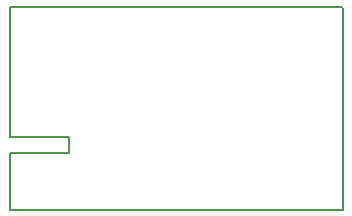
<source format=gko>
G04*
G04 #@! TF.GenerationSoftware,Altium Limited,Altium Designer,19.1.7 (138)*
G04*
G04 Layer_Color=16711935*
%FSAX25Y25*%
%MOIN*%
G70*
G01*
G75*
%ADD12C,0.00787*%
D12*
X0505630Y0338524D02*
G03*
X0505236Y0338917I-0000394J0000000D01*
G01*
X0505630Y0338524D02*
G03*
X0505236Y0338917I-0000394J0000000D01*
G01*
X0395000Y0338917D02*
G03*
X0394606Y0338524I0000000J-0000394D01*
G01*
X0395000Y0338917D02*
G03*
X0394606Y0338524I0000000J-0000394D01*
G01*
X0394606Y0295295D02*
Y0323268D01*
Y0295295D02*
X0414291D01*
Y0290177D02*
Y0295295D01*
X0394606Y0290177D02*
X0414291D01*
X0394606D02*
X0394606Y0271201D01*
X0394606Y0338524D02*
X0394606Y0323268D01*
X0505630Y0338524D02*
X0505630Y0271201D01*
X0395000Y0338917D02*
X0505236Y0338917D01*
X0394606Y0271201D02*
X0505630Y0271201D01*
M02*

</source>
